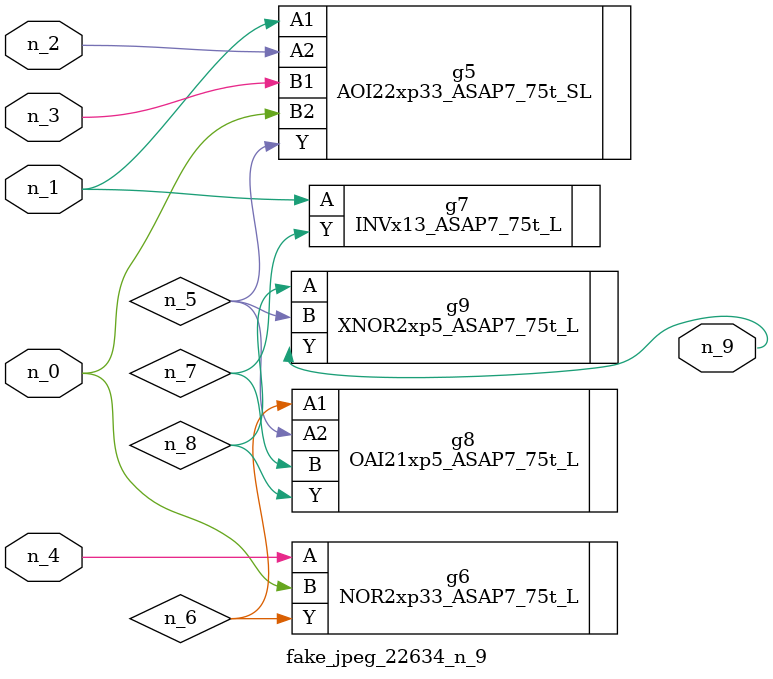
<source format=v>
module fake_jpeg_22634_n_9 (n_3, n_2, n_1, n_0, n_4, n_9);

input n_3;
input n_2;
input n_1;
input n_0;
input n_4;

output n_9;

wire n_8;
wire n_6;
wire n_5;
wire n_7;

AOI22xp33_ASAP7_75t_SL g5 ( 
.A1(n_1),
.A2(n_2),
.B1(n_3),
.B2(n_0),
.Y(n_5)
);

NOR2xp33_ASAP7_75t_L g6 ( 
.A(n_4),
.B(n_0),
.Y(n_6)
);

INVx13_ASAP7_75t_L g7 ( 
.A(n_1),
.Y(n_7)
);

OAI21xp5_ASAP7_75t_L g8 ( 
.A1(n_6),
.A2(n_5),
.B(n_7),
.Y(n_8)
);

XNOR2xp5_ASAP7_75t_L g9 ( 
.A(n_8),
.B(n_5),
.Y(n_9)
);


endmodule
</source>
